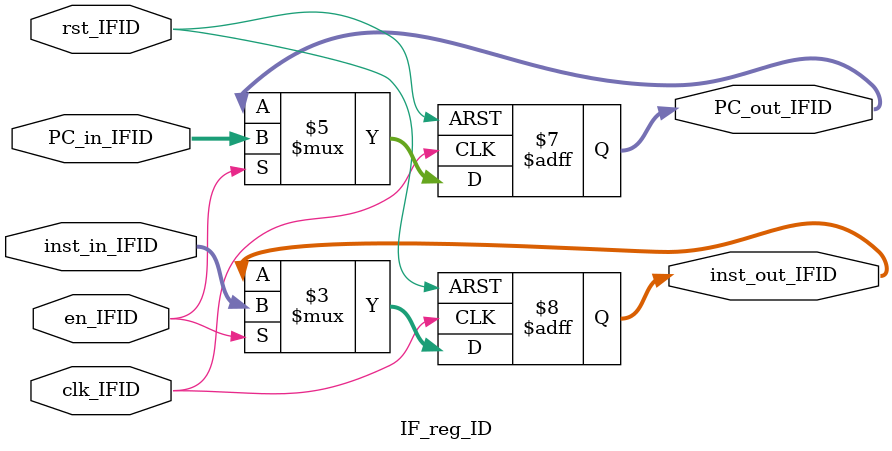
<source format=v>
module IF_reg_ID(
    input clk_IFID,
    input rst_IFID,
    input en_IFID,
    input[31:0] PC_in_IFID,
    input[31:0] inst_in_IFID,
    output reg[31:0] PC_out_IFID,
    output reg[31:0] inst_out_IFID
);
    always @(posedge clk_IFID or posedge rst_IFID) begin
        if(rst_IFID==1'b1) begin
            PC_out_IFID<= 0 ;
            inst_out_IFID<=0;
        end
        else begin
            if(en_IFID) begin
                PC_out_IFID<=PC_in_IFID;
                inst_out_IFID<=inst_in_IFID;
            end
        end
    end
endmodule

</source>
